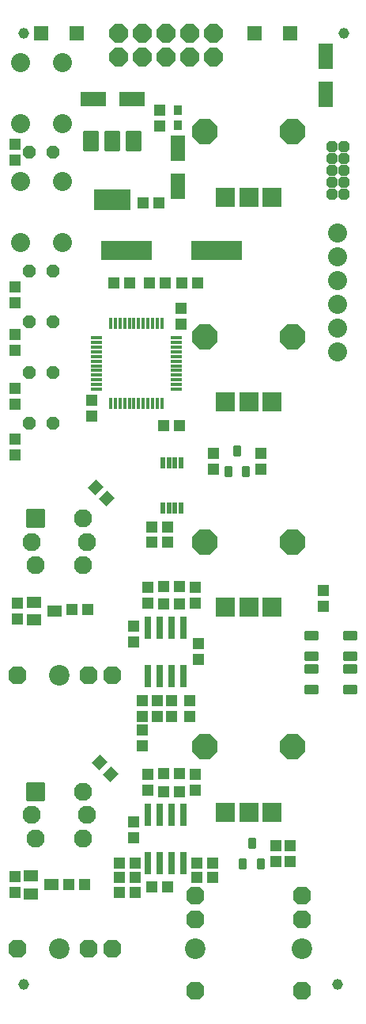
<source format=gbr>
%TF.GenerationSoftware,KiCad,Pcbnew,7.0.5-0*%
%TF.CreationDate,2023-09-10T13:25:37+02:00*%
%TF.ProjectId,peaks,7065616b-732e-46b6-9963-61645f706362,rev?*%
%TF.SameCoordinates,Original*%
%TF.FileFunction,Soldermask,Top*%
%TF.FilePolarity,Negative*%
%FSLAX46Y46*%
G04 Gerber Fmt 4.6, Leading zero omitted, Abs format (unit mm)*
G04 Created by KiCad (PCBNEW 7.0.5-0) date 2023-09-10 13:25:37*
%MOMM*%
%LPD*%
G01*
G04 APERTURE LIST*
G04 Aperture macros list*
%AMRoundRect*
0 Rectangle with rounded corners*
0 $1 Rounding radius*
0 $2 $3 $4 $5 $6 $7 $8 $9 X,Y pos of 4 corners*
0 Add a 4 corners polygon primitive as box body*
4,1,4,$2,$3,$4,$5,$6,$7,$8,$9,$2,$3,0*
0 Add four circle primitives for the rounded corners*
1,1,$1+$1,$2,$3*
1,1,$1+$1,$4,$5*
1,1,$1+$1,$6,$7*
1,1,$1+$1,$8,$9*
0 Add four rect primitives between the rounded corners*
20,1,$1+$1,$2,$3,$4,$5,0*
20,1,$1+$1,$4,$5,$6,$7,0*
20,1,$1+$1,$6,$7,$8,$9,0*
20,1,$1+$1,$8,$9,$2,$3,0*%
%AMFreePoly0*
4,1,25,0.417216,0.947373,0.422118,0.942882,0.942882,0.422118,0.964910,0.374877,0.965200,0.368236,0.965200,-0.368236,0.947373,-0.417216,0.942882,-0.422118,0.422118,-0.942882,0.374877,-0.964910,0.368236,-0.965200,-0.368236,-0.965200,-0.417216,-0.947373,-0.422118,-0.942882,-0.942882,-0.422118,-0.964910,-0.374877,-0.965200,-0.368236,-0.965200,0.368236,-0.947373,0.417216,-0.942882,0.422118,
-0.422118,0.942882,-0.374877,0.964910,-0.368236,0.965200,0.368236,0.965200,0.417216,0.947373,0.417216,0.947373,$1*%
%AMFreePoly1*
4,1,25,0.301485,0.667973,0.306387,0.663482,0.663482,0.306387,0.685510,0.259146,0.685800,0.252505,0.685800,-0.252505,0.667973,-0.301485,0.663482,-0.306387,0.306387,-0.663482,0.259146,-0.685510,0.252505,-0.685800,-0.252505,-0.685800,-0.301485,-0.667973,-0.306387,-0.663482,-0.663482,-0.306387,-0.685510,-0.259146,-0.685800,-0.252505,-0.685800,0.252505,-0.667973,0.301485,-0.663482,0.306387,
-0.306387,0.663482,-0.259146,0.685510,-0.252505,0.685800,0.252505,0.685800,0.301485,0.667973,0.301485,0.667973,$1*%
%AMFreePoly2*
4,1,25,0.575031,1.328373,0.579933,1.323882,1.323882,0.579933,1.345910,0.532692,1.346200,0.526051,1.346200,-0.526051,1.328373,-0.575031,1.323882,-0.579933,0.579933,-1.323882,0.532692,-1.345910,0.526051,-1.346200,-0.526051,-1.346200,-0.575031,-1.328373,-0.579933,-1.323882,-1.323882,-0.579933,-1.345910,-0.532692,-1.346200,-0.526051,-1.346200,0.526051,-1.328373,0.575031,-1.323882,0.579933,
-0.579933,1.323882,-0.532692,1.345910,-0.526051,1.346200,0.526051,1.346200,0.575031,1.328373,0.575031,1.328373,$1*%
%AMFreePoly3*
4,1,25,0.269922,0.591773,0.274824,0.587282,0.587282,0.274824,0.609310,0.227583,0.609600,0.220942,0.609600,-0.220942,0.591773,-0.269922,0.587282,-0.274824,0.274824,-0.587282,0.227583,-0.609310,0.220942,-0.609600,-0.220942,-0.609600,-0.269922,-0.591773,-0.274824,-0.587282,-0.587282,-0.274824,-0.609310,-0.227583,-0.609600,-0.220942,-0.609600,0.220942,-0.591773,0.269922,-0.587282,0.274824,
-0.274824,0.587282,-0.227583,0.609310,-0.220942,0.609600,0.220942,0.609600,0.269922,0.591773,0.269922,0.591773,$1*%
%AMFreePoly4*
4,1,25,0.438258,0.998173,0.443160,0.993682,0.993682,0.443160,1.015710,0.395919,1.016000,0.389278,1.016000,-0.389278,0.998173,-0.438258,0.993682,-0.443160,0.443160,-0.993682,0.395919,-1.015710,0.389278,-1.016000,-0.389278,-1.016000,-0.438258,-0.998173,-0.443160,-0.993682,-0.993682,-0.443160,-1.015710,-0.395919,-1.016000,-0.389278,-1.016000,0.389278,-0.998173,0.438258,-0.993682,0.443160,
-0.443160,0.993682,-0.395919,1.015710,-0.389278,1.016000,0.389278,1.016000,0.438258,0.998173,0.438258,0.998173,$1*%
G04 Aperture macros list end*
%ADD10RoundRect,0.076200X-0.500000X-0.550000X0.500000X-0.550000X0.500000X0.550000X-0.500000X0.550000X0*%
%ADD11RoundRect,0.076200X-0.500000X0.550000X-0.500000X-0.550000X0.500000X-0.550000X0.500000X0.550000X0*%
%ADD12RoundRect,0.076200X-0.300000X-1.100000X0.300000X-1.100000X0.300000X1.100000X-0.300000X1.100000X0*%
%ADD13RoundRect,0.076200X0.550000X0.500000X-0.550000X0.500000X-0.550000X-0.500000X0.550000X-0.500000X0*%
%ADD14C,2.200000*%
%ADD15FreePoly0,90.000000*%
%ADD16RoundRect,0.076200X0.550000X-0.500000X0.550000X0.500000X-0.550000X0.500000X-0.550000X-0.500000X0*%
%ADD17RoundRect,0.076200X0.127000X0.500000X-0.127000X0.500000X-0.127000X-0.500000X0.127000X-0.500000X0*%
%ADD18RoundRect,0.076200X0.500000X0.127000X-0.500000X0.127000X-0.500000X-0.127000X0.500000X-0.127000X0*%
%ADD19RoundRect,0.076200X0.742462X0.035355X0.035355X0.742462X-0.742462X-0.035355X-0.035355X-0.742462X0*%
%ADD20RoundRect,0.076200X-0.550000X0.500000X-0.550000X-0.500000X0.550000X-0.500000X0.550000X0.500000X0*%
%ADD21FreePoly1,0.000000*%
%ADD22RoundRect,0.576200X0.000000X0.000000X0.000000X0.000000X0.000000X0.000000X0.000000X0.000000X0*%
%ADD23RoundRect,0.076200X0.500000X0.550000X-0.500000X0.550000X-0.500000X-0.550000X0.500000X-0.550000X0*%
%ADD24RoundRect,0.076200X0.500000X-0.550000X0.500000X0.550000X-0.500000X0.550000X-0.500000X-0.550000X0*%
%ADD25RoundRect,0.076200X-0.550000X-0.500000X0.550000X-0.500000X0.550000X0.500000X-0.550000X0.500000X0*%
%ADD26RoundRect,0.076200X-0.675000X-0.400000X0.675000X-0.400000X0.675000X0.400000X-0.675000X0.400000X0*%
%ADD27RoundRect,0.076200X0.675000X0.400000X-0.675000X0.400000X-0.675000X-0.400000X0.675000X-0.400000X0*%
%ADD28RoundRect,0.076200X1.300000X0.700000X-1.300000X0.700000X-1.300000X-0.700000X1.300000X-0.700000X0*%
%ADD29C,1.952400*%
%ADD30RoundRect,0.076200X0.900000X-0.900000X0.900000X0.900000X-0.900000X0.900000X-0.900000X-0.900000X0*%
%ADD31RoundRect,0.076200X0.350000X-0.425000X0.350000X0.425000X-0.350000X0.425000X-0.350000X-0.425000X0*%
%ADD32RoundRect,0.076200X0.700000X-1.300000X0.700000X1.300000X-0.700000X1.300000X-0.700000X-1.300000X0*%
%ADD33RoundRect,0.076200X-0.350000X-0.500000X0.350000X-0.500000X0.350000X0.500000X-0.350000X0.500000X0*%
%ADD34RoundRect,0.076200X-0.700000X-0.700000X0.700000X-0.700000X0.700000X0.700000X-0.700000X0.700000X0*%
%ADD35C,2.032000*%
%ADD36RoundRect,0.076200X0.749300X1.003300X-0.749300X1.003300X-0.749300X-1.003300X0.749300X-1.003300X0*%
%ADD37RoundRect,0.076200X1.905000X1.003300X-1.905000X1.003300X-1.905000X-1.003300X1.905000X-1.003300X0*%
%ADD38RoundRect,0.076200X-0.205000X-0.510000X0.205000X-0.510000X0.205000X0.510000X-0.205000X0.510000X0*%
%ADD39RoundRect,0.076200X-0.700000X0.500000X-0.700000X-0.500000X0.700000X-0.500000X0.700000X0.500000X0*%
%ADD40RoundRect,0.076200X-2.667000X-0.965200X2.667000X-0.965200X2.667000X0.965200X-2.667000X0.965200X0*%
%ADD41RoundRect,0.076200X0.939800X-0.939800X0.939800X0.939800X-0.939800X0.939800X-0.939800X-0.939800X0*%
%ADD42FreePoly2,90.000000*%
%ADD43FreePoly0,180.000000*%
%ADD44FreePoly3,270.000000*%
%ADD45FreePoly4,0.000000*%
G04 APERTURE END LIST*
D10*
%TO.C,R12*%
X146708600Y-113258600D03*
X148408600Y-113258600D03*
%TD*%
D11*
%TO.C,C21*%
X143431100Y-138443600D03*
X143431100Y-140143600D03*
%TD*%
D12*
%TO.C,IC5*%
X145018600Y-142846100D03*
X146288600Y-142846100D03*
X147558600Y-142846100D03*
X148828600Y-142846100D03*
X148828600Y-137646100D03*
X147558600Y-137646100D03*
X146288600Y-137646100D03*
X145018600Y-137646100D03*
%TD*%
D13*
%TO.C,C12*%
X147138600Y-106908600D03*
X145438600Y-106908600D03*
%TD*%
D14*
%TO.C,J1*%
X135493600Y-122783600D03*
D15*
X141208600Y-122783600D03*
X138668600Y-122783600D03*
X131048600Y-122783600D03*
%TD*%
D11*
%TO.C,C17*%
X144383600Y-125426100D03*
X144383600Y-127126100D03*
%TD*%
D16*
%TO.C,R17*%
X150416100Y-121093600D03*
X150416100Y-119393600D03*
%TD*%
D17*
%TO.C,UC1*%
X146498600Y-85196100D03*
X145998600Y-85196100D03*
X145498600Y-85196100D03*
X144998600Y-85196100D03*
X144498600Y-85196100D03*
X143998600Y-85196100D03*
X143498600Y-85196100D03*
X142998600Y-85196100D03*
X142498600Y-85196100D03*
X141998600Y-85196100D03*
X141498600Y-85196100D03*
X140998600Y-85196100D03*
D18*
X139498600Y-86696100D03*
X139498600Y-87196100D03*
X139498600Y-87696100D03*
X139498600Y-88196100D03*
X139498600Y-88696100D03*
X139498600Y-89196100D03*
X139498600Y-89696100D03*
X139498600Y-90196100D03*
X139498600Y-90696100D03*
X139498600Y-91196100D03*
X139498600Y-91696100D03*
X139498600Y-92196100D03*
D17*
X140998600Y-93696100D03*
X141498600Y-93696100D03*
X141998600Y-93696100D03*
X142498600Y-93696100D03*
X142998600Y-93696100D03*
X143498600Y-93696100D03*
X143998600Y-93696100D03*
X144498600Y-93696100D03*
X144998600Y-93696100D03*
X145498600Y-93696100D03*
X145998600Y-93696100D03*
X146498600Y-93696100D03*
D18*
X147998600Y-92196100D03*
X147998600Y-91696100D03*
X147998600Y-91196100D03*
X147998600Y-90696100D03*
X147998600Y-90196100D03*
X147998600Y-89696100D03*
X147998600Y-89196100D03*
X147998600Y-88696100D03*
X147998600Y-88196100D03*
X147998600Y-87696100D03*
X147998600Y-87196100D03*
X147998600Y-86696100D03*
%TD*%
D10*
%TO.C,R16*%
X136866100Y-115700000D03*
X138566100Y-115700000D03*
%TD*%
D19*
%TO.C,R10*%
X140601041Y-103901041D03*
X139398959Y-102698959D03*
%TD*%
D20*
%TO.C,R4*%
X130731100Y-81293600D03*
X130731100Y-82993600D03*
%TD*%
D16*
%TO.C,R27*%
X130731100Y-145997500D03*
X130731100Y-144297500D03*
%TD*%
D21*
%TO.C,LED4*%
X132318600Y-90398600D03*
X134858600Y-90398600D03*
%TD*%
D22*
%TO.C,F4*%
X165338600Y-155803600D03*
%TD*%
%TO.C,F2*%
X165973600Y-54203600D03*
%TD*%
D23*
%TO.C,R29*%
X143646100Y-144373600D03*
X141946100Y-144373600D03*
%TD*%
D24*
%TO.C,C3*%
X146288600Y-64102300D03*
X146288600Y-62402300D03*
%TD*%
D25*
%TO.C,C10*%
X146708600Y-96113600D03*
X148408600Y-96113600D03*
%TD*%
D21*
%TO.C,LED3*%
X132318600Y-85001100D03*
X134858600Y-85001100D03*
%TD*%
D26*
%TO.C,SW3*%
X162525000Y-120700000D03*
X166675000Y-120700000D03*
X162525000Y-118500000D03*
X166675000Y-118500000D03*
%TD*%
D27*
%TO.C,SW5*%
X166675000Y-122100000D03*
X162525000Y-122100000D03*
X166675000Y-124300000D03*
X162525000Y-124300000D03*
%TD*%
D14*
%TO.C,J2*%
X135493600Y-151993600D03*
D15*
X141208600Y-151993600D03*
X138668600Y-151993600D03*
X131048600Y-151993600D03*
%TD*%
D20*
%TO.C,R7*%
X130731100Y-92088600D03*
X130731100Y-93788600D03*
%TD*%
D25*
%TO.C,C24*%
X145438600Y-145326100D03*
X147138600Y-145326100D03*
%TD*%
D24*
%TO.C,C8*%
X148511100Y-85216100D03*
X148511100Y-83516100D03*
%TD*%
D21*
%TO.C,LED2*%
X132318600Y-79603600D03*
X134858600Y-79603600D03*
%TD*%
D28*
%TO.C,C2*%
X139158600Y-61188600D03*
X143258600Y-61188600D03*
%TD*%
D20*
%TO.C,R19*%
X147558600Y-125426100D03*
X147558600Y-127126100D03*
%TD*%
D25*
%TO.C,C23*%
X141946100Y-142786100D03*
X143646100Y-142786100D03*
%TD*%
D11*
%TO.C,C19*%
X145018600Y-133363600D03*
X145018600Y-135063600D03*
%TD*%
D22*
%TO.C,F1*%
X131683600Y-54203600D03*
%TD*%
D16*
%TO.C,R15*%
X131048600Y-116750000D03*
X131048600Y-115050000D03*
%TD*%
D21*
%TO.C,LED1*%
X132318600Y-66903600D03*
X134858600Y-66903600D03*
%TD*%
D29*
%TO.C,SW7*%
X138000000Y-135200000D03*
X138000000Y-140200000D03*
D30*
X133000000Y-135200000D03*
D29*
X132500000Y-137700000D03*
X138500000Y-137700000D03*
X133000000Y-140200000D03*
%TD*%
D31*
%TO.C,L1*%
X148193600Y-63993600D03*
X148193600Y-62393600D03*
%TD*%
D13*
%TO.C,C7*%
X150313600Y-80873600D03*
X148613600Y-80873600D03*
%TD*%
D24*
%TO.C,C22*%
X158671100Y-142683600D03*
X158671100Y-140983600D03*
%TD*%
D32*
%TO.C,C1*%
X164068600Y-56598600D03*
X164068600Y-60698600D03*
%TD*%
D33*
%TO.C,IC2*%
X153593600Y-101023600D03*
X155493600Y-101023600D03*
X154543600Y-98823600D03*
%TD*%
D10*
%TO.C,R31*%
X141946100Y-145961100D03*
X143646100Y-145961100D03*
%TD*%
D34*
%TO.C,D2*%
X160253600Y-54203600D03*
X156453600Y-54203600D03*
%TD*%
D23*
%TO.C,R28*%
X138248600Y-145147500D03*
X136548600Y-145147500D03*
%TD*%
D24*
%TO.C,C15*%
X150098600Y-115061100D03*
X150098600Y-113361100D03*
%TD*%
D16*
%TO.C,R20*%
X144383600Y-130301100D03*
X144383600Y-128601100D03*
%TD*%
D35*
%TO.C,SW2*%
X131328000Y-76504800D03*
X131328000Y-70002400D03*
X135849200Y-76504800D03*
X135849200Y-70002400D03*
%TD*%
D36*
%TO.C,IC1*%
X143469200Y-65659000D03*
X141183200Y-65659000D03*
X138897200Y-65659000D03*
D37*
X141208600Y-71958200D03*
%TD*%
D34*
%TO.C,D1*%
X137393600Y-54203600D03*
X133593600Y-54203600D03*
%TD*%
D11*
%TO.C,C11*%
X157083600Y-99073600D03*
X157083600Y-100773600D03*
%TD*%
D29*
%TO.C,SW8*%
X138000000Y-106000000D03*
X138000000Y-111000000D03*
D30*
X133000000Y-106000000D03*
D29*
X132500000Y-108500000D03*
X138500000Y-108500000D03*
X133000000Y-111000000D03*
%TD*%
D13*
%TO.C,C6*%
X146821100Y-80873600D03*
X145121100Y-80873600D03*
%TD*%
D10*
%TO.C,R22*%
X146708600Y-133261100D03*
X148408600Y-133261100D03*
%TD*%
D24*
%TO.C,C18*%
X149463600Y-127126100D03*
X149463600Y-125426100D03*
%TD*%
D38*
%TO.C,IC3*%
X146583600Y-104863600D03*
X147233600Y-104863600D03*
X147883600Y-104863600D03*
X148533600Y-104863600D03*
X148533600Y-100063600D03*
X147883600Y-100063600D03*
X147233600Y-100063600D03*
X146583600Y-100063600D03*
%TD*%
D39*
%TO.C,Q3*%
X132488600Y-144197500D03*
X134688600Y-145147500D03*
X132488600Y-146097500D03*
%TD*%
D16*
%TO.C,R18*%
X145971100Y-127126100D03*
X145971100Y-125426100D03*
%TD*%
D40*
%TO.C,Q1*%
X142732600Y-77381100D03*
X152384600Y-77381100D03*
%TD*%
D41*
%TO.C,R21*%
X158313600Y-137403600D03*
X155813600Y-137403600D03*
X153313600Y-137403600D03*
D42*
X160513600Y-130403600D03*
X151113600Y-130403600D03*
%TD*%
D20*
%TO.C,R2*%
X130731100Y-66053600D03*
X130731100Y-67753600D03*
%TD*%
D11*
%TO.C,C14*%
X145018600Y-113361100D03*
X145018600Y-115061100D03*
%TD*%
D33*
%TO.C,IC6*%
X155181100Y-142933600D03*
X157081100Y-142933600D03*
X156131100Y-140733600D03*
%TD*%
D10*
%TO.C,R26*%
X150201100Y-142786100D03*
X151901100Y-142786100D03*
%TD*%
D41*
%TO.C,R11*%
X158313600Y-115496100D03*
X155813600Y-115496100D03*
X153313600Y-115496100D03*
D42*
X160513600Y-108496100D03*
X151113600Y-108496100D03*
%TD*%
D11*
%TO.C,C9*%
X138986100Y-93358600D03*
X138986100Y-95058600D03*
%TD*%
D21*
%TO.C,LED5*%
X132318600Y-95796100D03*
X134858600Y-95796100D03*
%TD*%
D19*
%TO.C,R23*%
X141001041Y-133301041D03*
X139798959Y-132098959D03*
%TD*%
D24*
%TO.C,C20*%
X150098600Y-135063600D03*
X150098600Y-133363600D03*
%TD*%
D32*
%TO.C,C4*%
X148193600Y-66441100D03*
X148193600Y-70541100D03*
%TD*%
D10*
%TO.C,R30*%
X150201100Y-144373600D03*
X151901100Y-144373600D03*
%TD*%
D41*
%TO.C,R1*%
X158313600Y-71681100D03*
X155813600Y-71681100D03*
X153313600Y-71681100D03*
D42*
X160513600Y-64681100D03*
X151113600Y-64681100D03*
%TD*%
D35*
%TO.C,SW1*%
X131328000Y-63804800D03*
X131328000Y-57302400D03*
X135849200Y-63804800D03*
X135849200Y-57302400D03*
%TD*%
D10*
%TO.C,R3*%
X144486100Y-72301100D03*
X146186100Y-72301100D03*
%TD*%
D23*
%TO.C,R24*%
X148408600Y-135166100D03*
X146708600Y-135166100D03*
%TD*%
D22*
%TO.C,F3*%
X131683600Y-155803600D03*
%TD*%
D14*
%TO.C,J4*%
X161528600Y-151993600D03*
D43*
X161528600Y-146278600D03*
X161528600Y-148818600D03*
X161528600Y-156438600D03*
%TD*%
D20*
%TO.C,R25*%
X160258600Y-140983600D03*
X160258600Y-142683600D03*
%TD*%
D23*
%TO.C,R14*%
X148408600Y-115163600D03*
X146708600Y-115163600D03*
%TD*%
D20*
%TO.C,R6*%
X130731100Y-86373600D03*
X130731100Y-88073600D03*
%TD*%
D13*
%TO.C,C13*%
X147138600Y-108496100D03*
X145438600Y-108496100D03*
%TD*%
D25*
%TO.C,C5*%
X141311100Y-80873600D03*
X143011100Y-80873600D03*
%TD*%
D11*
%TO.C,C16*%
X143431100Y-117488600D03*
X143431100Y-119188600D03*
%TD*%
D14*
%TO.C,J3*%
X150098600Y-151993600D03*
D43*
X150098600Y-146278600D03*
X150098600Y-148818600D03*
X150098600Y-156438600D03*
%TD*%
D39*
%TO.C,Q2*%
X132800000Y-114950000D03*
X135000000Y-115900000D03*
X132800000Y-116850000D03*
%TD*%
D20*
%TO.C,R8*%
X130731100Y-97486100D03*
X130731100Y-99186100D03*
%TD*%
D16*
%TO.C,R13*%
X163751100Y-115378600D03*
X163751100Y-113678600D03*
%TD*%
D12*
%TO.C,IC4*%
X145018600Y-122843600D03*
X146288600Y-122843600D03*
X147558600Y-122843600D03*
X148828600Y-122843600D03*
X148828600Y-117643600D03*
X147558600Y-117643600D03*
X146288600Y-117643600D03*
X145018600Y-117643600D03*
%TD*%
D16*
%TO.C,R9*%
X152003600Y-100773600D03*
X152003600Y-99073600D03*
%TD*%
D41*
%TO.C,R5*%
X158313600Y-93588600D03*
X155813600Y-93588600D03*
X153313600Y-93588600D03*
D42*
X160513600Y-86588600D03*
X151113600Y-86588600D03*
%TD*%
D44*
%TO.C,JP2*%
X165973600Y-66268600D03*
X164703600Y-66268600D03*
X165973600Y-67538600D03*
X164703600Y-67538600D03*
X165973600Y-68808600D03*
X164703600Y-68808600D03*
X165973600Y-70078600D03*
X164703600Y-70078600D03*
X165973600Y-71348600D03*
X164703600Y-71348600D03*
%TD*%
D35*
%TO.C,JP1*%
X165338600Y-75476100D03*
X165338600Y-78016100D03*
X165338600Y-80556100D03*
X165338600Y-83096100D03*
X165338600Y-85636100D03*
X165338600Y-88176100D03*
%TD*%
D45*
%TO.C,JP3*%
X141843600Y-54203600D03*
X141843600Y-56743600D03*
X144383600Y-54203600D03*
X144383600Y-56743600D03*
X146923600Y-54203600D03*
X146923600Y-56743600D03*
X149463600Y-54203600D03*
X149463600Y-56743600D03*
X152003600Y-54203600D03*
X152003600Y-56743600D03*
%TD*%
M02*

</source>
